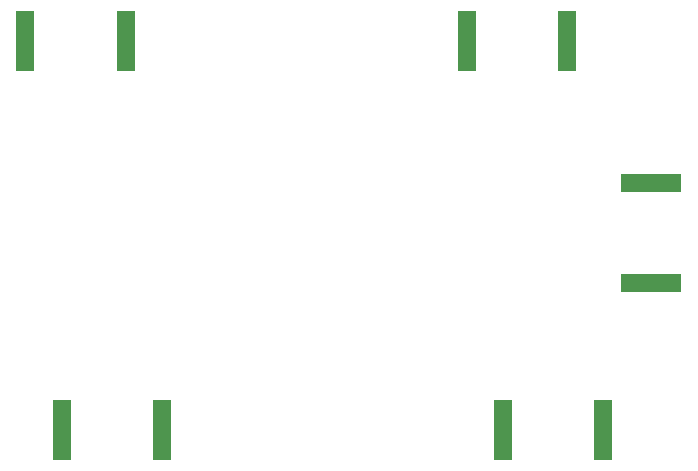
<source format=gbr>
%TF.GenerationSoftware,KiCad,Pcbnew,(6.0.1)*%
%TF.CreationDate,2022-03-10T14:05:26-07:00*%
%TF.ProjectId,RFSoC_directclocking,5246536f-435f-4646-9972-656374636c6f,rev?*%
%TF.SameCoordinates,Original*%
%TF.FileFunction,Paste,Bot*%
%TF.FilePolarity,Positive*%
%FSLAX46Y46*%
G04 Gerber Fmt 4.6, Leading zero omitted, Abs format (unit mm)*
G04 Created by KiCad (PCBNEW (6.0.1)) date 2022-03-10 14:05:26*
%MOMM*%
%LPD*%
G01*
G04 APERTURE LIST*
%ADD10R,1.500000X5.080000*%
%ADD11R,5.080000X1.500000*%
G04 APERTURE END LIST*
D10*
%TO.C,J4*%
X74982800Y-61087000D03*
X83482800Y-61087000D03*
%TD*%
D11*
%TO.C,J1*%
X127980750Y-73093000D03*
X127980750Y-81593000D03*
%TD*%
D10*
%TO.C,J3*%
X123884000Y-93980000D03*
X115384000Y-93980000D03*
%TD*%
%TO.C,J5*%
X112371600Y-61087000D03*
X120871600Y-61087000D03*
%TD*%
%TO.C,J2*%
X86546000Y-93980000D03*
X78046000Y-93980000D03*
%TD*%
M02*

</source>
